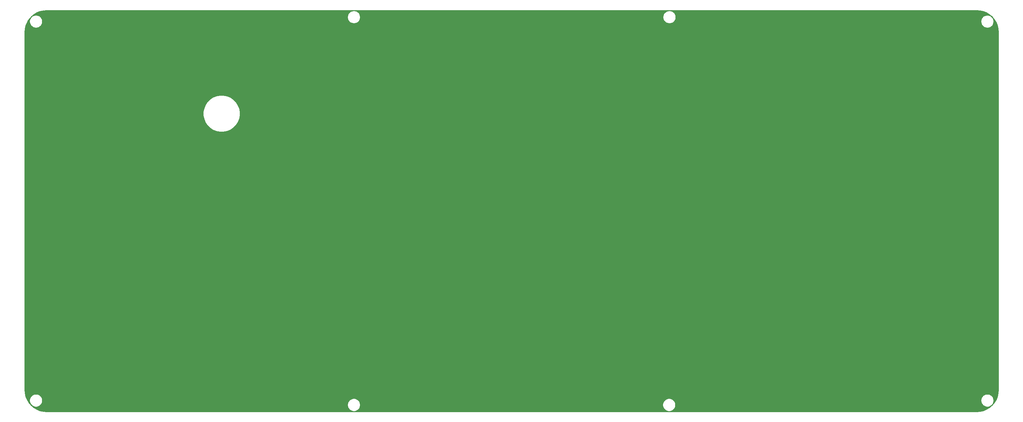
<source format=gtl>
G04 #@! TF.GenerationSoftware,KiCad,Pcbnew,5.1.9+dfsg1-1*
G04 #@! TF.CreationDate,2021-12-29T02:20:09+01:00*
G04 #@! TF.ProjectId,okey65-bottom-plate,6f6b6579-3635-42d6-926f-74746f6d2d70,rev?*
G04 #@! TF.SameCoordinates,Original*
G04 #@! TF.FileFunction,Copper,L1,Top*
G04 #@! TF.FilePolarity,Positive*
%FSLAX46Y46*%
G04 Gerber Fmt 4.6, Leading zero omitted, Abs format (unit mm)*
G04 Created by KiCad (PCBNEW 5.1.9+dfsg1-1) date 2021-12-29 02:20:09*
%MOMM*%
%LPD*%
G01*
G04 APERTURE LIST*
G04 #@! TA.AperFunction,NonConductor*
%ADD10C,0.254000*%
G04 #@! TD*
G04 #@! TA.AperFunction,NonConductor*
%ADD11C,0.100000*%
G04 #@! TD*
G04 APERTURE END LIST*
D10*
X271538486Y-32685221D02*
X272417784Y-32896322D01*
X273253221Y-33242372D01*
X274024244Y-33714855D01*
X274711863Y-34302137D01*
X275299144Y-34989755D01*
X275771629Y-35760781D01*
X276117679Y-36596220D01*
X276328779Y-37475514D01*
X276402000Y-38405875D01*
X276402001Y-133598113D01*
X276328779Y-134528487D01*
X276117679Y-135407781D01*
X275771629Y-136243220D01*
X275299144Y-137014246D01*
X274711863Y-137701864D01*
X274024244Y-138289146D01*
X273253221Y-138761629D01*
X272417784Y-139107679D01*
X271538486Y-139318780D01*
X270608111Y-139392002D01*
X23015875Y-139392000D01*
X22085514Y-139318779D01*
X21206220Y-139107679D01*
X20370776Y-138761627D01*
X19599754Y-138289145D01*
X18912138Y-137701863D01*
X18324855Y-137014245D01*
X17876998Y-136283408D01*
X18412024Y-136283408D01*
X18412024Y-136627448D01*
X18479143Y-136964878D01*
X18610801Y-137282729D01*
X18801940Y-137568788D01*
X19045213Y-137812061D01*
X19331272Y-138003200D01*
X19649123Y-138134858D01*
X19986553Y-138201977D01*
X20330593Y-138201977D01*
X20668023Y-138134858D01*
X20985874Y-138003200D01*
X21271933Y-137812061D01*
X21515206Y-137568788D01*
X21591249Y-137454981D01*
X103065451Y-137454981D01*
X103065451Y-137799021D01*
X103132570Y-138136451D01*
X103264228Y-138454302D01*
X103455367Y-138740361D01*
X103698640Y-138983634D01*
X103984699Y-139174773D01*
X104302550Y-139306431D01*
X104639980Y-139373550D01*
X104984020Y-139373550D01*
X105321450Y-139306431D01*
X105639301Y-139174773D01*
X105925360Y-138983634D01*
X106168633Y-138740361D01*
X106359772Y-138454302D01*
X106491430Y-138136451D01*
X106558549Y-137799021D01*
X106558549Y-137454981D01*
X186986009Y-137454981D01*
X186986009Y-137799021D01*
X187053128Y-138136451D01*
X187184786Y-138454302D01*
X187375925Y-138740361D01*
X187619198Y-138983634D01*
X187905257Y-139174773D01*
X188223108Y-139306431D01*
X188560538Y-139373550D01*
X188904578Y-139373550D01*
X189242008Y-139306431D01*
X189559859Y-139174773D01*
X189845918Y-138983634D01*
X190089191Y-138740361D01*
X190280330Y-138454302D01*
X190411988Y-138136451D01*
X190479107Y-137799021D01*
X190479107Y-137454981D01*
X190411988Y-137117551D01*
X190280330Y-136799700D01*
X190089191Y-136513641D01*
X189858958Y-136283408D01*
X271718878Y-136283408D01*
X271718878Y-136627448D01*
X271785997Y-136964878D01*
X271917655Y-137282729D01*
X272108794Y-137568788D01*
X272352067Y-137812061D01*
X272638126Y-138003200D01*
X272955977Y-138134858D01*
X273293407Y-138201977D01*
X273637447Y-138201977D01*
X273974877Y-138134858D01*
X274292728Y-138003200D01*
X274578787Y-137812061D01*
X274822060Y-137568788D01*
X275013199Y-137282729D01*
X275144857Y-136964878D01*
X275211976Y-136627448D01*
X275211976Y-136283408D01*
X275144857Y-135945978D01*
X275013199Y-135628127D01*
X274822060Y-135342068D01*
X274578787Y-135098795D01*
X274292728Y-134907656D01*
X273974877Y-134775998D01*
X273637447Y-134708879D01*
X273293407Y-134708879D01*
X272955977Y-134775998D01*
X272638126Y-134907656D01*
X272352067Y-135098795D01*
X272108794Y-135342068D01*
X271917655Y-135628127D01*
X271785997Y-135945978D01*
X271718878Y-136283408D01*
X189858958Y-136283408D01*
X189845918Y-136270368D01*
X189559859Y-136079229D01*
X189242008Y-135947571D01*
X188904578Y-135880452D01*
X188560538Y-135880452D01*
X188223108Y-135947571D01*
X187905257Y-136079229D01*
X187619198Y-136270368D01*
X187375925Y-136513641D01*
X187184786Y-136799700D01*
X187053128Y-137117551D01*
X186986009Y-137454981D01*
X106558549Y-137454981D01*
X106491430Y-137117551D01*
X106359772Y-136799700D01*
X106168633Y-136513641D01*
X105925360Y-136270368D01*
X105639301Y-136079229D01*
X105321450Y-135947571D01*
X104984020Y-135880452D01*
X104639980Y-135880452D01*
X104302550Y-135947571D01*
X103984699Y-136079229D01*
X103698640Y-136270368D01*
X103455367Y-136513641D01*
X103264228Y-136799700D01*
X103132570Y-137117551D01*
X103065451Y-137454981D01*
X21591249Y-137454981D01*
X21706345Y-137282729D01*
X21838003Y-136964878D01*
X21905122Y-136627448D01*
X21905122Y-136283408D01*
X21838003Y-135945978D01*
X21706345Y-135628127D01*
X21515206Y-135342068D01*
X21271933Y-135098795D01*
X20985874Y-134907656D01*
X20668023Y-134775998D01*
X20330593Y-134708879D01*
X19986553Y-134708879D01*
X19649123Y-134775998D01*
X19331272Y-134907656D01*
X19045213Y-135098795D01*
X18801940Y-135342068D01*
X18610801Y-135628127D01*
X18479143Y-135945978D01*
X18412024Y-136283408D01*
X17876998Y-136283408D01*
X17852374Y-136243226D01*
X17506322Y-135407779D01*
X17295222Y-134528487D01*
X17222001Y-133598125D01*
X17222001Y-59591325D01*
X64655860Y-59591325D01*
X64655860Y-60562675D01*
X64845361Y-61515361D01*
X65217080Y-62412771D01*
X65756733Y-63220419D01*
X66443581Y-63907267D01*
X67251229Y-64446920D01*
X68148639Y-64818639D01*
X69101325Y-65008140D01*
X70072675Y-65008140D01*
X71025361Y-64818639D01*
X71922771Y-64446920D01*
X72730419Y-63907267D01*
X73417267Y-63220419D01*
X73956920Y-62412771D01*
X74328639Y-61515361D01*
X74518140Y-60562675D01*
X74518140Y-59591325D01*
X74328639Y-58638639D01*
X73956920Y-57741229D01*
X73417267Y-56933581D01*
X72730419Y-56246733D01*
X71922771Y-55707080D01*
X71025361Y-55335361D01*
X70072675Y-55145860D01*
X69101325Y-55145860D01*
X68148639Y-55335361D01*
X67251229Y-55707080D01*
X66443581Y-56246733D01*
X65756733Y-56933581D01*
X65217080Y-57741229D01*
X64845361Y-58638639D01*
X64655860Y-59591325D01*
X17222001Y-59591325D01*
X17222001Y-38405863D01*
X17295221Y-37475514D01*
X17506322Y-36596216D01*
X17852372Y-35760779D01*
X18087825Y-35376553D01*
X18412024Y-35376553D01*
X18412024Y-35720593D01*
X18479143Y-36058023D01*
X18610801Y-36375874D01*
X18801940Y-36661933D01*
X19045213Y-36905206D01*
X19331272Y-37096345D01*
X19649123Y-37228003D01*
X19986553Y-37295122D01*
X20330593Y-37295122D01*
X20668023Y-37228003D01*
X20985874Y-37096345D01*
X21271933Y-36905206D01*
X21515206Y-36661933D01*
X21706345Y-36375874D01*
X21838003Y-36058023D01*
X21905122Y-35720593D01*
X21905122Y-35376553D01*
X21838003Y-35039123D01*
X21706345Y-34721272D01*
X21515206Y-34435213D01*
X21284973Y-34204980D01*
X103065451Y-34204980D01*
X103065451Y-34549020D01*
X103132570Y-34886450D01*
X103264228Y-35204301D01*
X103455367Y-35490360D01*
X103698640Y-35733633D01*
X103984699Y-35924772D01*
X104302550Y-36056430D01*
X104639980Y-36123549D01*
X104984020Y-36123549D01*
X105321450Y-36056430D01*
X105639301Y-35924772D01*
X105925360Y-35733633D01*
X106168633Y-35490360D01*
X106359772Y-35204301D01*
X106491430Y-34886450D01*
X106558549Y-34549020D01*
X106558549Y-34204980D01*
X187065451Y-34204980D01*
X187065451Y-34549020D01*
X187132570Y-34886450D01*
X187264228Y-35204301D01*
X187455367Y-35490360D01*
X187698640Y-35733633D01*
X187984699Y-35924772D01*
X188302550Y-36056430D01*
X188639980Y-36123549D01*
X188984020Y-36123549D01*
X189321450Y-36056430D01*
X189639301Y-35924772D01*
X189925360Y-35733633D01*
X190168633Y-35490360D01*
X190244676Y-35376553D01*
X271718878Y-35376553D01*
X271718878Y-35720593D01*
X271785997Y-36058023D01*
X271917655Y-36375874D01*
X272108794Y-36661933D01*
X272352067Y-36905206D01*
X272638126Y-37096345D01*
X272955977Y-37228003D01*
X273293407Y-37295122D01*
X273637447Y-37295122D01*
X273974877Y-37228003D01*
X274292728Y-37096345D01*
X274578787Y-36905206D01*
X274822060Y-36661933D01*
X275013199Y-36375874D01*
X275144857Y-36058023D01*
X275211976Y-35720593D01*
X275211976Y-35376553D01*
X275144857Y-35039123D01*
X275013199Y-34721272D01*
X274822060Y-34435213D01*
X274578787Y-34191940D01*
X274292728Y-34000801D01*
X273974877Y-33869143D01*
X273637447Y-33802024D01*
X273293407Y-33802024D01*
X272955977Y-33869143D01*
X272638126Y-34000801D01*
X272352067Y-34191940D01*
X272108794Y-34435213D01*
X271917655Y-34721272D01*
X271785997Y-35039123D01*
X271718878Y-35376553D01*
X190244676Y-35376553D01*
X190359772Y-35204301D01*
X190491430Y-34886450D01*
X190558549Y-34549020D01*
X190558549Y-34204980D01*
X190491430Y-33867550D01*
X190359772Y-33549699D01*
X190168633Y-33263640D01*
X189925360Y-33020367D01*
X189639301Y-32829228D01*
X189321450Y-32697570D01*
X188984020Y-32630451D01*
X188639980Y-32630451D01*
X188302550Y-32697570D01*
X187984699Y-32829228D01*
X187698640Y-33020367D01*
X187455367Y-33263640D01*
X187264228Y-33549699D01*
X187132570Y-33867550D01*
X187065451Y-34204980D01*
X106558549Y-34204980D01*
X106491430Y-33867550D01*
X106359772Y-33549699D01*
X106168633Y-33263640D01*
X105925360Y-33020367D01*
X105639301Y-32829228D01*
X105321450Y-32697570D01*
X104984020Y-32630451D01*
X104639980Y-32630451D01*
X104302550Y-32697570D01*
X103984699Y-32829228D01*
X103698640Y-33020367D01*
X103455367Y-33263640D01*
X103264228Y-33549699D01*
X103132570Y-33867550D01*
X103065451Y-34204980D01*
X21284973Y-34204980D01*
X21271933Y-34191940D01*
X20985874Y-34000801D01*
X20668023Y-33869143D01*
X20330593Y-33802024D01*
X19986553Y-33802024D01*
X19649123Y-33869143D01*
X19331272Y-34000801D01*
X19045213Y-34191940D01*
X18801940Y-34435213D01*
X18610801Y-34721272D01*
X18479143Y-35039123D01*
X18412024Y-35376553D01*
X18087825Y-35376553D01*
X18324855Y-34989756D01*
X18912137Y-34302137D01*
X19599755Y-33714856D01*
X20370781Y-33242371D01*
X21206220Y-32896321D01*
X22085514Y-32685221D01*
X23015875Y-32612000D01*
X270608124Y-32612000D01*
X271538486Y-32685221D01*
G04 #@! TA.AperFunction,NonConductor*
D11*
G36*
X271538486Y-32685221D02*
G01*
X272417784Y-32896322D01*
X273253221Y-33242372D01*
X274024244Y-33714855D01*
X274711863Y-34302137D01*
X275299144Y-34989755D01*
X275771629Y-35760781D01*
X276117679Y-36596220D01*
X276328779Y-37475514D01*
X276402000Y-38405875D01*
X276402001Y-133598113D01*
X276328779Y-134528487D01*
X276117679Y-135407781D01*
X275771629Y-136243220D01*
X275299144Y-137014246D01*
X274711863Y-137701864D01*
X274024244Y-138289146D01*
X273253221Y-138761629D01*
X272417784Y-139107679D01*
X271538486Y-139318780D01*
X270608111Y-139392002D01*
X23015875Y-139392000D01*
X22085514Y-139318779D01*
X21206220Y-139107679D01*
X20370776Y-138761627D01*
X19599754Y-138289145D01*
X18912138Y-137701863D01*
X18324855Y-137014245D01*
X17876998Y-136283408D01*
X18412024Y-136283408D01*
X18412024Y-136627448D01*
X18479143Y-136964878D01*
X18610801Y-137282729D01*
X18801940Y-137568788D01*
X19045213Y-137812061D01*
X19331272Y-138003200D01*
X19649123Y-138134858D01*
X19986553Y-138201977D01*
X20330593Y-138201977D01*
X20668023Y-138134858D01*
X20985874Y-138003200D01*
X21271933Y-137812061D01*
X21515206Y-137568788D01*
X21591249Y-137454981D01*
X103065451Y-137454981D01*
X103065451Y-137799021D01*
X103132570Y-138136451D01*
X103264228Y-138454302D01*
X103455367Y-138740361D01*
X103698640Y-138983634D01*
X103984699Y-139174773D01*
X104302550Y-139306431D01*
X104639980Y-139373550D01*
X104984020Y-139373550D01*
X105321450Y-139306431D01*
X105639301Y-139174773D01*
X105925360Y-138983634D01*
X106168633Y-138740361D01*
X106359772Y-138454302D01*
X106491430Y-138136451D01*
X106558549Y-137799021D01*
X106558549Y-137454981D01*
X186986009Y-137454981D01*
X186986009Y-137799021D01*
X187053128Y-138136451D01*
X187184786Y-138454302D01*
X187375925Y-138740361D01*
X187619198Y-138983634D01*
X187905257Y-139174773D01*
X188223108Y-139306431D01*
X188560538Y-139373550D01*
X188904578Y-139373550D01*
X189242008Y-139306431D01*
X189559859Y-139174773D01*
X189845918Y-138983634D01*
X190089191Y-138740361D01*
X190280330Y-138454302D01*
X190411988Y-138136451D01*
X190479107Y-137799021D01*
X190479107Y-137454981D01*
X190411988Y-137117551D01*
X190280330Y-136799700D01*
X190089191Y-136513641D01*
X189858958Y-136283408D01*
X271718878Y-136283408D01*
X271718878Y-136627448D01*
X271785997Y-136964878D01*
X271917655Y-137282729D01*
X272108794Y-137568788D01*
X272352067Y-137812061D01*
X272638126Y-138003200D01*
X272955977Y-138134858D01*
X273293407Y-138201977D01*
X273637447Y-138201977D01*
X273974877Y-138134858D01*
X274292728Y-138003200D01*
X274578787Y-137812061D01*
X274822060Y-137568788D01*
X275013199Y-137282729D01*
X275144857Y-136964878D01*
X275211976Y-136627448D01*
X275211976Y-136283408D01*
X275144857Y-135945978D01*
X275013199Y-135628127D01*
X274822060Y-135342068D01*
X274578787Y-135098795D01*
X274292728Y-134907656D01*
X273974877Y-134775998D01*
X273637447Y-134708879D01*
X273293407Y-134708879D01*
X272955977Y-134775998D01*
X272638126Y-134907656D01*
X272352067Y-135098795D01*
X272108794Y-135342068D01*
X271917655Y-135628127D01*
X271785997Y-135945978D01*
X271718878Y-136283408D01*
X189858958Y-136283408D01*
X189845918Y-136270368D01*
X189559859Y-136079229D01*
X189242008Y-135947571D01*
X188904578Y-135880452D01*
X188560538Y-135880452D01*
X188223108Y-135947571D01*
X187905257Y-136079229D01*
X187619198Y-136270368D01*
X187375925Y-136513641D01*
X187184786Y-136799700D01*
X187053128Y-137117551D01*
X186986009Y-137454981D01*
X106558549Y-137454981D01*
X106491430Y-137117551D01*
X106359772Y-136799700D01*
X106168633Y-136513641D01*
X105925360Y-136270368D01*
X105639301Y-136079229D01*
X105321450Y-135947571D01*
X104984020Y-135880452D01*
X104639980Y-135880452D01*
X104302550Y-135947571D01*
X103984699Y-136079229D01*
X103698640Y-136270368D01*
X103455367Y-136513641D01*
X103264228Y-136799700D01*
X103132570Y-137117551D01*
X103065451Y-137454981D01*
X21591249Y-137454981D01*
X21706345Y-137282729D01*
X21838003Y-136964878D01*
X21905122Y-136627448D01*
X21905122Y-136283408D01*
X21838003Y-135945978D01*
X21706345Y-135628127D01*
X21515206Y-135342068D01*
X21271933Y-135098795D01*
X20985874Y-134907656D01*
X20668023Y-134775998D01*
X20330593Y-134708879D01*
X19986553Y-134708879D01*
X19649123Y-134775998D01*
X19331272Y-134907656D01*
X19045213Y-135098795D01*
X18801940Y-135342068D01*
X18610801Y-135628127D01*
X18479143Y-135945978D01*
X18412024Y-136283408D01*
X17876998Y-136283408D01*
X17852374Y-136243226D01*
X17506322Y-135407779D01*
X17295222Y-134528487D01*
X17222001Y-133598125D01*
X17222001Y-59591325D01*
X64655860Y-59591325D01*
X64655860Y-60562675D01*
X64845361Y-61515361D01*
X65217080Y-62412771D01*
X65756733Y-63220419D01*
X66443581Y-63907267D01*
X67251229Y-64446920D01*
X68148639Y-64818639D01*
X69101325Y-65008140D01*
X70072675Y-65008140D01*
X71025361Y-64818639D01*
X71922771Y-64446920D01*
X72730419Y-63907267D01*
X73417267Y-63220419D01*
X73956920Y-62412771D01*
X74328639Y-61515361D01*
X74518140Y-60562675D01*
X74518140Y-59591325D01*
X74328639Y-58638639D01*
X73956920Y-57741229D01*
X73417267Y-56933581D01*
X72730419Y-56246733D01*
X71922771Y-55707080D01*
X71025361Y-55335361D01*
X70072675Y-55145860D01*
X69101325Y-55145860D01*
X68148639Y-55335361D01*
X67251229Y-55707080D01*
X66443581Y-56246733D01*
X65756733Y-56933581D01*
X65217080Y-57741229D01*
X64845361Y-58638639D01*
X64655860Y-59591325D01*
X17222001Y-59591325D01*
X17222001Y-38405863D01*
X17295221Y-37475514D01*
X17506322Y-36596216D01*
X17852372Y-35760779D01*
X18087825Y-35376553D01*
X18412024Y-35376553D01*
X18412024Y-35720593D01*
X18479143Y-36058023D01*
X18610801Y-36375874D01*
X18801940Y-36661933D01*
X19045213Y-36905206D01*
X19331272Y-37096345D01*
X19649123Y-37228003D01*
X19986553Y-37295122D01*
X20330593Y-37295122D01*
X20668023Y-37228003D01*
X20985874Y-37096345D01*
X21271933Y-36905206D01*
X21515206Y-36661933D01*
X21706345Y-36375874D01*
X21838003Y-36058023D01*
X21905122Y-35720593D01*
X21905122Y-35376553D01*
X21838003Y-35039123D01*
X21706345Y-34721272D01*
X21515206Y-34435213D01*
X21284973Y-34204980D01*
X103065451Y-34204980D01*
X103065451Y-34549020D01*
X103132570Y-34886450D01*
X103264228Y-35204301D01*
X103455367Y-35490360D01*
X103698640Y-35733633D01*
X103984699Y-35924772D01*
X104302550Y-36056430D01*
X104639980Y-36123549D01*
X104984020Y-36123549D01*
X105321450Y-36056430D01*
X105639301Y-35924772D01*
X105925360Y-35733633D01*
X106168633Y-35490360D01*
X106359772Y-35204301D01*
X106491430Y-34886450D01*
X106558549Y-34549020D01*
X106558549Y-34204980D01*
X187065451Y-34204980D01*
X187065451Y-34549020D01*
X187132570Y-34886450D01*
X187264228Y-35204301D01*
X187455367Y-35490360D01*
X187698640Y-35733633D01*
X187984699Y-35924772D01*
X188302550Y-36056430D01*
X188639980Y-36123549D01*
X188984020Y-36123549D01*
X189321450Y-36056430D01*
X189639301Y-35924772D01*
X189925360Y-35733633D01*
X190168633Y-35490360D01*
X190244676Y-35376553D01*
X271718878Y-35376553D01*
X271718878Y-35720593D01*
X271785997Y-36058023D01*
X271917655Y-36375874D01*
X272108794Y-36661933D01*
X272352067Y-36905206D01*
X272638126Y-37096345D01*
X272955977Y-37228003D01*
X273293407Y-37295122D01*
X273637447Y-37295122D01*
X273974877Y-37228003D01*
X274292728Y-37096345D01*
X274578787Y-36905206D01*
X274822060Y-36661933D01*
X275013199Y-36375874D01*
X275144857Y-36058023D01*
X275211976Y-35720593D01*
X275211976Y-35376553D01*
X275144857Y-35039123D01*
X275013199Y-34721272D01*
X274822060Y-34435213D01*
X274578787Y-34191940D01*
X274292728Y-34000801D01*
X273974877Y-33869143D01*
X273637447Y-33802024D01*
X273293407Y-33802024D01*
X272955977Y-33869143D01*
X272638126Y-34000801D01*
X272352067Y-34191940D01*
X272108794Y-34435213D01*
X271917655Y-34721272D01*
X271785997Y-35039123D01*
X271718878Y-35376553D01*
X190244676Y-35376553D01*
X190359772Y-35204301D01*
X190491430Y-34886450D01*
X190558549Y-34549020D01*
X190558549Y-34204980D01*
X190491430Y-33867550D01*
X190359772Y-33549699D01*
X190168633Y-33263640D01*
X189925360Y-33020367D01*
X189639301Y-32829228D01*
X189321450Y-32697570D01*
X188984020Y-32630451D01*
X188639980Y-32630451D01*
X188302550Y-32697570D01*
X187984699Y-32829228D01*
X187698640Y-33020367D01*
X187455367Y-33263640D01*
X187264228Y-33549699D01*
X187132570Y-33867550D01*
X187065451Y-34204980D01*
X106558549Y-34204980D01*
X106491430Y-33867550D01*
X106359772Y-33549699D01*
X106168633Y-33263640D01*
X105925360Y-33020367D01*
X105639301Y-32829228D01*
X105321450Y-32697570D01*
X104984020Y-32630451D01*
X104639980Y-32630451D01*
X104302550Y-32697570D01*
X103984699Y-32829228D01*
X103698640Y-33020367D01*
X103455367Y-33263640D01*
X103264228Y-33549699D01*
X103132570Y-33867550D01*
X103065451Y-34204980D01*
X21284973Y-34204980D01*
X21271933Y-34191940D01*
X20985874Y-34000801D01*
X20668023Y-33869143D01*
X20330593Y-33802024D01*
X19986553Y-33802024D01*
X19649123Y-33869143D01*
X19331272Y-34000801D01*
X19045213Y-34191940D01*
X18801940Y-34435213D01*
X18610801Y-34721272D01*
X18479143Y-35039123D01*
X18412024Y-35376553D01*
X18087825Y-35376553D01*
X18324855Y-34989756D01*
X18912137Y-34302137D01*
X19599755Y-33714856D01*
X20370781Y-33242371D01*
X21206220Y-32896321D01*
X22085514Y-32685221D01*
X23015875Y-32612000D01*
X270608124Y-32612000D01*
X271538486Y-32685221D01*
G37*
G04 #@! TD.AperFunction*
M02*

</source>
